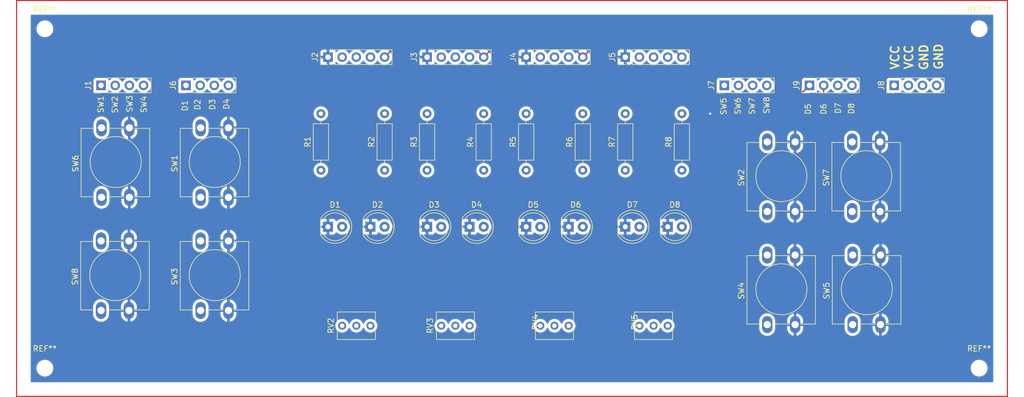
<source format=kicad_pcb>
(kicad_pcb (version 20221018) (generator pcbnew)
  (layers (0 "F.Cu" signal) (31 "B.Cu" signal) (34 "B.Paste" user) (35 "F.Paste" user) (36 "B.SilkS" user "B.Silkscreen") (37 "F.SilkS" user "F.Silkscreen") (38 "B.Mask" user) (39 "F.Mask" user) (44 "Edge.Cuts" user))
  (net 0 "")
  (net 2 "Net-(D1-A)")
  (net 4 "Net-(D8-A)")
  (net 6 "Net-(D7-A)")
  (net 8 "Net-(D6-A)")
  (net 10 "Net-(D5-A)")
  (net 12 "Net-(D4-A)")
  (net 14 "Net-(D3-A)")
  (net 16 "Net-(D2-A)")
  (net 17 "Net-(J4-Pin_2)")
  (net 18 "Net-(J4-Pin_3)")
  (net 19 "Net-(J4-Pin_4)")
  (net 20 "Net-(J3-Pin_2)")
  (net 21 "Net-(J3-Pin_3)")
  (net 22 "Net-(J3-Pin_4)")
  (net 23 "Net-(J2-Pin_2)")
  (net 24 "Net-(J2-Pin_3)")
  (net 25 "Net-(J2-Pin_4)")
  (net 26 "Net-(J5-Pin_2)")
  (net 27 "Net-(J5-Pin_3)")
  (net 28 "Net-(J5-Pin_4)")
  (net 29 "GNDREF")
  (net 30 "VCC")
  (net 47 "unconnected-(J9-Pin_1-Pad1)")
  (net 48 "unconnected-(J9-Pin_2-Pad2)")
  (footprint "Connector_PinHeader_2.54mm:PinHeader_1x04_P2.54mm_Vertical" (layer "F.Cu") (at 190.5 48.26 90)
    (fp_text reference "J7" (at 0 -2.33 90) (layer "F.SilkS"))
    (fp_text value "Conn_01x04")
    (fp_line (start -1.33 -1.33) (end 0 -1.33) (stroke (width 0.12)) (layer "F.SilkS"))
    (fp_line (start -1.33 0) (end -1.33 -1.33) (stroke (width 0.12)) (layer "F.SilkS"))
    (fp_line (start -1.33 1.27) (end -1.33 8.95) (stroke (width 0.12)) (layer "F.SilkS"))
    (fp_line (start -1.33 1.27) (end 1.33 1.27) (stroke (width 0.12)) (layer "F.SilkS"))
    (fp_line (start -1.33 8.95) (end 1.33 8.95) (stroke (width 0.12)) (layer "F.SilkS"))
    (fp_line (start 1.33 1.27) (end 1.33 8.95) (stroke (width 0.12)) (layer "F.SilkS"))
    (pad "1" thru_hole rect (at 0 0 90) (size 1.7 1.7) (drill 1) (layers "*.Cu" "*.Mask"))
    (pad "2" thru_hole oval (at 0 2.54 90) (size 1.7 1.7) (drill 1) (layers "*.Cu" "*.Mask"))
    (pad "3" thru_hole oval (at 0 5.08 90) (size 1.7 1.7) (drill 1) (layers "*.Cu" "*.Mask"))
    (pad "4" thru_hole oval (at 0 7.62 90) (size 1.7 1.7) (drill 1) (layers "*.Cu" "*.Mask"))
  )
  (footprint "Resistor_THT:R_Axial_DIN0207_L6.3mm_D2.5mm_P10.16mm_Horizontal" (layer "F.Cu") (at 165.1 63.5 90)
    (fp_text reference "R6" (at 5.08 -2.37 90) (layer "F.SilkS"))
    (fp_text value "R_Small_US")
    (fp_line (start 1.04 0) (end 1.81 0) (stroke (width 0.12)) (layer "F.SilkS"))
    (fp_line (start 1.81 -1.37) (end 1.81 1.37) (stroke (width 0.12)) (layer "F.SilkS"))
    (fp_line (start 1.81 1.37) (end 8.35 1.37) (stroke (width 0.12)) (layer "F.SilkS"))
    (fp_line (start 8.35 -1.37) (end 1.81 -1.37) (stroke (width 0.12)) (layer "F.SilkS"))
    (fp_line (start 8.35 1.37) (end 8.35 -1.37) (stroke (width 0.12)) (layer "F.SilkS"))
    (fp_line (start 9.12 0) (end 8.35 0) (stroke (width 0.12)) (layer "F.SilkS"))
    (pad "1" thru_hole circle (at 0 0 90) (size 1.6 1.6) (drill 0.8) (layers "*.Cu" "*.Mask"))
    (pad "2" thru_hole oval (at 10.16 0 90) (size 1.6 1.6) (drill 0.8) (layers "*.Cu" "*.Mask") (net 8 "Net-(D6-A)"))
  )
  (footprint "Connector_PinHeader_2.54mm:PinHeader_1x05_P2.54mm_Vertical" (layer "F.Cu") (at 172.72 43.18 90)
    (fp_text reference "J5" (at 0 -2.33 90) (layer "F.SilkS"))
    (fp_text value "Conn_01x05")
    (fp_line (start -1.33 -1.33) (end 0 -1.33) (stroke (width 0.12)) (layer "F.SilkS"))
    (fp_line (start -1.33 0) (end -1.33 -1.33) (stroke (width 0.12)) (layer "F.SilkS"))
    (fp_line (start -1.33 1.27) (end -1.33 11.49) (stroke (width 0.12)) (layer "F.SilkS"))
    (fp_line (start -1.33 1.27) (end 1.33 1.27) (stroke (width 0.12)) (layer "F.SilkS"))
    (fp_line (start -1.33 11.49) (end 1.33 11.49) (stroke (width 0.12)) (layer "F.SilkS"))
    (fp_line (start 1.33 1.27) (end 1.33 11.49) (stroke (width 0.12)) (layer "F.SilkS"))
    (pad "1" thru_hole rect (at 0 0 90) (size 1.7 1.7) (drill 1) (layers "*.Cu" "*.Mask") (net 29 "GNDREF"))
    (pad "2" thru_hole oval (at 0 2.54 90) (size 1.7 1.7) (drill 1) (layers "*.Cu" "*.Mask") (net 26 "Net-(J5-Pin_2)"))
    (pad "3" thru_hole oval (at 0 5.08 90) (size 1.7 1.7) (drill 1) (layers "*.Cu" "*.Mask") (net 27 "Net-(J5-Pin_3)"))
    (pad "4" thru_hole oval (at 0 7.62 90) (size 1.7 1.7) (drill 1) (layers "*.Cu" "*.Mask") (net 28 "Net-(J5-Pin_4)"))
    (pad "5" thru_hole oval (at 0 10.16 90) (size 1.7 1.7) (drill 1) (layers "*.Cu" "*.Mask") (net 30 "VCC"))
  )
  (footprint "LED_THT:LED_D5.0mm" (layer "F.Cu") (at 162.56 73.66)
    (fp_text reference "D6" (at 1.27 -3.96) (layer "F.SilkS"))
    (fp_text value "LED_Small_Filled")
    (fp_line (start -1.29 -1.545) (end -1.29 1.545) (stroke (width 0.12)) (layer "F.SilkS"))
    (fp_arc (start -1.29 -1.54483) (mid 2.072002 -2.880433) (end 4.26 0.000462) (stroke (width 0.12)) (layer "F.SilkS"))
    (fp_arc (start 4.26 -0.000462) (mid 2.072002 2.880433) (end -1.29 1.54483) (stroke (width 0.12)) (layer "F.SilkS"))
    (fp_circle (center 1.27 0) (end 3.77 0) (stroke (width 0.12)) (fill none) (layer "F.SilkS"))
    (pad "1" thru_hole rect (at 0 0) (size 1.8 1.8) (drill 0.9) (layers "*.Cu" "*.Mask") (net 29 "GNDREF"))
    (pad "2" thru_hole circle (at 2.54 0) (size 1.8 1.8) (drill 0.9) (layers "*.Cu" "*.Mask") (net 8 "Net-(D6-A)"))
  )
  (footprint "Connector_PinHeader_2.54mm:PinHeader_1x04_P2.54mm_Vertical" (layer "F.Cu") (at 205.78 48.26 90)
    (fp_text reference "J9" (at 0 -2.33 90) (layer "F.SilkS"))
    (fp_text value "Conn_01x04")
    (fp_line (start -1.33 -1.33) (end 0 -1.33) (stroke (width 0.12)) (layer "F.SilkS"))
    (fp_line (start -1.33 0) (end -1.33 -1.33) (stroke (width 0.12)) (layer "F.SilkS"))
    (fp_line (start -1.33 1.27) (end -1.33 8.95) (stroke (width 0.12)) (layer "F.SilkS"))
    (fp_line (start -1.33 1.27) (end 1.33 1.27) (stroke (width 0.12)) (layer "F.SilkS"))
    (fp_line (start -1.33 8.95) (end 1.33 8.95) (stroke (width 0.12)) (layer "F.SilkS"))
    (fp_line (start 1.33 1.27) (end 1.33 8.95) (stroke (width 0.12)) (layer "F.SilkS"))
    (pad "1" thru_hole rect (at 0 0 90) (size 1.7 1.7) (drill 1) (layers "*.Cu" "*.Mask") (net 47 "unconnected-(J9-Pin_1-Pad1)"))
    (pad "2" thru_hole oval (at 0 2.54 90) (size 1.7 1.7) (drill 1) (layers "*.Cu" "*.Mask") (net 48 "unconnected-(J9-Pin_2-Pad2)"))
    (pad "3" thru_hole oval (at 0 5.08 90) (size 1.7 1.7) (drill 1) (layers "*.Cu" "*.Mask"))
    (pad "4" thru_hole oval (at 0 7.62 90) (size 1.7 1.7) (drill 1) (layers "*.Cu" "*.Mask"))
  )
  (footprint "Button_Switch_THT:SW_PUSH-12mm" (layer "F.Cu") (at 96.52 68.38 90)
    (fp_text reference "SW1" (at 6.08 -4.66 90) (layer "F.SilkS"))
    (fp_text value "SW_Push")
    (fp_line (start 0.1 -3.65) (end 12.4 -3.65) (stroke (width 0.12)) (layer "F.SilkS"))
    (fp_line (start 0.1 -0.93) (end 0.1 -3.65) (stroke (width 0.12)) (layer "F.SilkS"))
    (fp_line (start 0.1 4.07) (end 0.1 0.93) (stroke (width 0.12)) (layer "F.SilkS"))
    (fp_line (start 0.1 8.65) (end 0.1 5.93) (stroke (width 0.12)) (layer "F.SilkS"))
    (fp_line (start 12.4 -3.65) (end 12.4 -0.93) (stroke (width 0.12)) (layer "F.SilkS"))
    (fp_line (start 12.4 0.93) (end 12.4 4.07) (stroke (width 0.12)) (layer "F.SilkS"))
    (fp_line (start 12.4 5.93) (end 12.4 8.65) (stroke (width 0.12)) (layer "F.SilkS"))
    (fp_line (start 12.4 8.65) (end 0.1 8.65) (stroke (width 0.12)) (layer "F.SilkS"))
    (fp_circle (center 6.35 2.54) (end 10.16 5.08) (stroke (width 0.12)) (fill none) (layer "F.SilkS"))
    (pad "1" thru_hole oval (at 0 0 90) (size 3.048 1.85) (drill 1.3) (layers "*.Cu" "*.Mask"))
    (pad "1" thru_hole oval (at 12.5 0 90) (size 3.048 1.85) (drill 1.3) (layers "*.Cu" "*.Mask"))
    (pad "2" thru_hole oval (at 0 5 90) (size 3.048 1.85) (drill 1.3) (layers "*.Cu" "*.Mask") (net 29 "GNDREF"))
    (pad "2" thru_hole oval (at 12.5 5 90) (size 3.048 1.85) (drill 1.3) (layers "*.Cu" "*.Mask") (net 29 "GNDREF"))
  )
  (footprint "Button_Switch_THT:SW_PUSH-12mm" (layer "F.Cu") (at 213.52 91.24 90)
    (fp_text reference "SW5" (at 6.08 -4.66 90) (layer "F.SilkS"))
    (fp_text value "SW_Push")
    (fp_line (start 0.1 -3.65) (end 12.4 -3.65) (stroke (width 0.12)) (layer "F.SilkS"))
    (fp_line (start 0.1 -0.93) (end 0.1 -3.65) (stroke (width 0.12)) (layer "F.SilkS"))
    (fp_line (start 0.1 4.07) (end 0.1 0.93) (stroke (width 0.12)) (layer "F.SilkS"))
    (fp_line (start 0.1 8.65) (end 0.1 5.93) (stroke (width 0.12)) (layer "F.SilkS"))
    (fp_line (start 12.4 -3.65) (end 12.4 -0.93) (stroke (width 0.12)) (layer "F.SilkS"))
    (fp_line (start 12.4 0.93) (end 12.4 4.07) (stroke (width 0.12)) (layer "F.SilkS"))
    (fp_line (start 12.4 5.93) (end 12.4 8.65) (stroke (width 0.12)) (layer "F.SilkS"))
    (fp_line (start 12.4 8.65) (end 0.1 8.65) (stroke (width 0.12)) (layer "F.SilkS"))
    (fp_circle (center 6.35 2.54) (end 10.16 5.08) (stroke (width 0.12)) (fill none) (layer "F.SilkS"))
    (pad "1" thru_hole oval (at 0 0 90) (size 3.048 1.85) (drill 1.3) (layers "*.Cu" "*.Mask"))
    (pad "1" thru_hole oval (at 12.5 0 90) (size 3.048 1.85) (drill 1.3) (layers "*.Cu" "*.Mask"))
    (pad "2" thru_hole oval (at 0 5 90) (size 3.048 1.85) (drill 1.3) (layers "*.Cu" "*.Mask") (net 29 "GNDREF"))
    (pad "2" thru_hole oval (at 12.5 5 90) (size 3.048 1.85) (drill 1.3) (layers "*.Cu" "*.Mask") (net 29 "GNDREF"))
  )
  (footprint "Connector_PinHeader_2.54mm:PinHeader_1x04_P2.54mm_Vertical" (layer "F.Cu") (at 93.9 48.26 90)
    (fp_text reference "J6" (at 0 -2.33 90) (layer "F.SilkS"))
    (fp_text value "Conn_01x04")
    (fp_line (start -1.33 -1.33) (end 0 -1.33) (stroke (width 0.12)) (layer "F.SilkS"))
    (fp_line (start -1.33 0) (end -1.33 -1.33) (stroke (width 0.12)) (layer "F.SilkS"))
    (fp_line (start -1.33 1.27) (end -1.33 8.95) (stroke (width 0.12)) (layer "F.SilkS"))
    (fp_line (start -1.33 1.27) (end 1.33 1.27) (stroke (width 0.12)) (layer "F.SilkS"))
    (fp_line (start -1.33 8.95) (end 1.33 8.95) (stroke (width 0.12)) (layer "F.SilkS"))
    (fp_line (start 1.33 1.27) (end 1.33 8.95) (stroke (width 0.12)) (layer "F.SilkS"))
    (pad "1" thru_hole rect (at 0 0 90) (size 1.7 1.7) (drill 1) (layers "*.Cu" "*.Mask"))
    (pad "2" thru_hole oval (at 0 2.54 90) (size 1.7 1.7) (drill 1) (layers "*.Cu" "*.Mask"))
    (pad "3" thru_hole oval (at 0 5.08 90) (size 1.7 1.7) (drill 1) (layers "*.Cu" "*.Mask"))
    (pad "4" thru_hole oval (at 0 7.62 90) (size 1.7 1.7) (drill 1) (layers "*.Cu" "*.Mask"))
  )
  (footprint "MountingHole:MountingHole_2.5mm" (layer "F.Cu") (at 68.58 38.1)
    (fp_text reference "REF**" (at 0 -3.5) (layer "F.SilkS"))
    (fp_text value "MountingHole_2.5mm")
    (pad "" np_thru_hole circle (at 0 0) (size 2.5 2.5) (drill 2.5) (layers "*.Cu" "*.Mask"))
  )
  (footprint "LED_THT:LED_D5.0mm" (layer "F.Cu") (at 127 73.66)
    (fp_text reference "D2" (at 1.27 -3.96) (layer "F.SilkS"))
    (fp_text value "LED_Small_Filled")
    (fp_line (start -1.29 -1.545) (end -1.29 1.545) (stroke (width 0.12)) (layer "F.SilkS"))
    (fp_arc (start -1.29 -1.54483) (mid 2.072002 -2.880433) (end 4.26 0.000462) (stroke (width 0.12)) (layer "F.SilkS"))
    (fp_arc (start 4.26 -0.000462) (mid 2.072002 2.880433) (end -1.29 1.54483) (stroke (width 0.12)) (layer "F.SilkS"))
    (fp_circle (center 1.27 0) (end 3.77 0) (stroke (width 0.12)) (fill none) (layer "F.SilkS"))
    (pad "1" thru_hole rect (at 0 0) (size 1.8 1.8) (drill 0.9) (layers "*.Cu" "*.Mask") (net 29 "GNDREF"))
    (pad "2" thru_hole circle (at 2.54 0) (size 1.8 1.8) (drill 0.9) (layers "*.Cu" "*.Mask") (net 16 "Net-(D2-A)"))
  )
  (footprint "Potentiometer_THT:Potentiometer_Vishay_T73XW_Horizontal" (layer "F.Cu") (at 121.92 91.44 90)
    (fp_text reference "RV2" (at 0 -2.01 90) (layer "F.SilkS"))
    (fp_text value "R_Potentiometer_US")
    (fp_line (start -2.47 -0.88) (end -2.47 5.96) (stroke (width 0.12)) (layer "F.SilkS"))
    (fp_line (start -2.47 -0.88) (end -0.65 -0.88) (stroke (width 0.12)) (layer "F.SilkS"))
    (fp_line (start -2.47 5.96) (end -0.65 5.96) (stroke (width 0.12)) (layer "F.SilkS"))
    (fp_line (start 0.65 -0.88) (end 2.47 -0.88) (stroke (width 0.12)) (layer "F.SilkS"))
    (fp_line (start 0.65 5.96) (end 2.47 5.96) (stroke (width 0.12)) (layer "F.SilkS"))
    (fp_line (start 2.47 -0.88) (end 2.47 5.96) (stroke (width 0.12)) (layer "F.SilkS"))
    (pad "1" thru_hole circle (at 0 0 90) (size 1.44 1.44) (drill 0.8) (layers "*.Cu" "*.Mask") (net 23 "Net-(J2-Pin_2)"))
    (pad "2" thru_hole circle (at 0 2.54 90) (size 1.44 1.44) (drill 0.8) (layers "*.Cu" "*.Mask") (net 24 "Net-(J2-Pin_3)"))
    (pad "3" thru_hole circle (at 0 5.08 90) (size 1.44 1.44) (drill 0.8) (layers "*.Cu" "*.Mask") (net 25 "Net-(J2-Pin_4)"))
  )
  (footprint "Connector_PinHeader_2.54mm:PinHeader_1x04_P2.54mm_Vertical" (layer "F.Cu") (at 78.66 48.26 90)
    (fp_text reference "J1" (at 0 -2.33 90) (layer "F.SilkS"))
    (fp_text value "Conn_01x04")
    (fp_line (start -1.33 -1.33) (end 0 -1.33) (stroke (width 0.12)) (layer "F.SilkS"))
    (fp_line (start -1.33 0) (end -1.33 -1.33) (stroke (width 0.12)) (layer "F.SilkS"))
    (fp_line (start -1.33 1.27) (end -1.33 8.95) (stroke (width 0.12)) (layer "F.SilkS"))
    (fp_line (start -1.33 1.27) (end 1.33 1.27) (stroke (width 0.12)) (layer "F.SilkS"))
    (fp_line (start -1.33 8.95) (end 1.33 8.95) (stroke (width 0.12)) (layer "F.SilkS"))
    (fp_line (start 1.33 1.27) (end 1.33 8.95) (stroke (width 0.12)) (layer "F.SilkS"))
    (pad "1" thru_hole rect (at 0 0 90) (size 1.7 1.7) (drill 1) (layers "*.Cu" "*.Mask"))
    (pad "2" thru_hole oval (at 0 2.54 90) (size 1.7 1.7) (drill 1) (layers "*.Cu" "*.Mask"))
    (pad "3" thru_hole oval (at 0 5.08 90) (size 1.7 1.7) (drill 1) (layers "*.Cu" "*.Mask"))
    (pad "4" thru_hole oval (at 0 7.62 90) (size 1.7 1.7) (drill 1) (layers "*.Cu" "*.Mask"))
  )
  (footprint "Connector_PinHeader_2.54mm:PinHeader_1x04_P2.54mm_Vertical" (layer "F.Cu") (at 220.98 48.26 90)
    (fp_text reference "J8" (at 0 -2.33 90) (layer "F.SilkS"))
    (fp_text value "Conn_01x04")
    (fp_line (start -1.33 -1.33) (end 0 -1.33) (stroke (width 0.12)) (layer "F.SilkS"))
    (fp_line (start -1.33 0) (end -1.33 -1.33) (stroke (width 0.12)) (layer "F.SilkS"))
    (fp_line (start -1.33 1.27) (end -1.33 8.95) (stroke (width 0.12)) (layer "F.SilkS"))
    (fp_line (start -1.33 1.27) (end 1.33 1.27) (stroke (width 0.12)) (layer "F.SilkS"))
    (fp_line (start -1.33 8.95) (end 1.33 8.95) (stroke (width 0.12)) (layer "F.SilkS"))
    (fp_line (start 1.33 1.27) (end 1.33 8.95) (stroke (width 0.12)) (layer "F.SilkS"))
    (pad "1" thru_hole rect (at 0 0 90) (size 1.7 1.7) (drill 1) (layers "*.Cu" "*.Mask"))
    (pad "2" thru_hole oval (at 0 2.54 90) (size 1.7 1.7) (drill 1) (layers "*.Cu" "*.Mask"))
    (pad "3" thru_hole oval (at 0 5.08 90) (size 1.7 1.7) (drill 1) (layers "*.Cu" "*.Mask"))
    (pad "4" thru_hole oval (at 0 7.62 90) (size 1.7 1.7) (drill 1) (layers "*.Cu" "*.Mask"))
  )
  (footprint "Resistor_THT:R_Axial_DIN0207_L6.3mm_D2.5mm_P10.16mm_Horizontal" (layer "F.Cu") (at 172.72 63.5 90)
    (fp_text reference "R7" (at 5.08 -2.37 90) (layer "F.SilkS"))
    (fp_text value "R_Small_US")
    (fp_line (start 1.04 0) (end 1.81 0) (stroke (width 0.12)) (layer "F.SilkS"))
    (fp_line (start 1.81 -1.37) (end 1.81 1.37) (stroke (width 0.12)) (layer "F.SilkS"))
    (fp_line (start 1.81 1.37) (end 8.35 1.37) (stroke (width 0.12)) (layer "F.SilkS"))
    (fp_line (start 8.35 -1.37) (end 1.81 -1.37) (stroke (width 0.12)) (layer "F.SilkS"))
    (fp_line (start 8.35 1.37) (end 8.35 -1.37) (stroke (width 0.12)) (layer "F.SilkS"))
    (fp_line (start 9.12 0) (end 8.35 0) (stroke (width 0.12)) (layer "F.SilkS"))
    (pad "1" thru_hole circle (at 0 0 90) (size 1.6 1.6) (drill 0.8) (layers "*.Cu" "*.Mask"))
    (pad "2" thru_hole oval (at 10.16 0 90) (size 1.6 1.6) (drill 0.8) (layers "*.Cu" "*.Mask") (net 6 "Net-(D7-A)"))
  )
  (footprint "Resistor_THT:R_Axial_DIN0207_L6.3mm_D2.5mm_P10.16mm_Horizontal" (layer "F.Cu") (at 129.54 63.5 90)
    (fp_text reference "R2" (at 5.08 -2.37 90) (layer "F.SilkS"))
    (fp_text value "R_Small_US")
    (fp_line (start 1.04 0) (end 1.81 0) (stroke (width 0.12)) (layer "F.SilkS"))
    (fp_line (start 1.81 -1.37) (end 1.81 1.37) (stroke (width 0.12)) (layer "F.SilkS"))
    (fp_line (start 1.81 1.37) (end 8.35 1.37) (stroke (width 0.12)) (layer "F.SilkS"))
    (fp_line (start 8.35 -1.37) (end 1.81 -1.37) (stroke (width 0.12)) (layer "F.SilkS"))
    (fp_line (start 8.35 1.37) (end 8.35 -1.37) (stroke (width 0.12)) (layer "F.SilkS"))
    (fp_line (start 9.12 0) (end 8.35 0) (stroke (width 0.12)) (layer "F.SilkS"))
    (pad "1" thru_hole circle (at 0 0 90) (size 1.6 1.6) (drill 0.8) (layers "*.Cu" "*.Mask"))
    (pad "2" thru_hole oval (at 10.16 0 90) (size 1.6 1.6) (drill 0.8) (layers "*.Cu" "*.Mask") (net 2 "Net-(D1-A)"))
  )
  (footprint "Button_Switch_THT:SW_PUSH-12mm" (layer "F.Cu") (at 96.52 88.7 90)
    (fp_text reference "SW3" (at 6.08 -4.66 90) (layer "F.SilkS"))
    (fp_text value "SW_Push")
    (fp_line (start 0.1 -3.65) (end 12.4 -3.65) (stroke (width 0.12)) (layer "F.SilkS"))
    (fp_line (start 0.1 -0.93) (end 0.1 -3.65) (stroke (width 0.12)) (layer "F.SilkS"))
    (fp_line (start 0.1 4.07) (end 0.1 0.93) (stroke (width 0.12)) (layer "F.SilkS"))
    (fp_line (start 0.1 8.65) (end 0.1 5.93) (stroke (width 0.12)) (layer "F.SilkS"))
    (fp_line (start 12.4 -3.65) (end 12.4 -0.93) (stroke (width 0.12)) (layer "F.SilkS"))
    (fp_line (start 12.4 0.93) (end 12.4 4.07) (stroke (width 0.12)) (layer "F.SilkS"))
    (fp_line (start 12.4 5.93) (end 12.4 8.65) (stroke (width 0.12)) (layer "F.SilkS"))
    (fp_line (start 12.4 8.65) (end 0.1 8.65) (stroke (width 0.12)) (layer "F.SilkS"))
    (fp_circle (center 6.35 2.54) (end 10.16 5.08) (stroke (width 0.12)) (fill none) (layer "F.SilkS"))
    (pad "1" thru_hole oval (at 0 0 90) (size 3.048 1.85) (drill 1.3) (layers "*.Cu" "*.Mask"))
    (pad "1" thru_hole oval (at 12.5 0 90) (size 3.048 1.85) (drill 1.3) (layers "*.Cu" "*.Mask"))
    (pad "2" thru_hole oval (at 0 5 90) (size 3.048 1.85) (drill 1.3) (layers "*.Cu" "*.Mask") (net 29 "GNDREF"))
    (pad "2" thru_hole oval (at 12.5 5 90) (size 3.048 1.85) (drill 1.3) (layers "*.Cu" "*.Mask") (net 29 "GNDREF"))
  )
  (footprint "LED_THT:LED_D5.0mm" (layer "F.Cu") (at 154.94 73.66)
    (fp_text reference "D5" (at 1.27 -3.96) (layer "F.SilkS"))
    (fp_text value "LED_Small_Filled")
    (fp_line (start -1.29 -1.545) (end -1.29 1.545) (stroke (width 0.12)) (layer "F.SilkS"))
    (fp_arc (start -1.29 -1.54483) (mid 2.072002 -2.880433) (end 4.26 0.000462) (stroke (width 0.12)) (layer "F.SilkS"))
    (fp_arc (start 4.26 -0.000462) (mid 2.072002 2.880433) (end -1.29 1.54483) (stroke (width 0.12)) (layer "F.SilkS"))
    (fp_circle (center 1.27 0) (end 3.77 0) (stroke (width 0.12)) (fill none) (layer "F.SilkS"))
    (pad "1" thru_hole rect (at 0 0) (size 1.8 1.8) (drill 0.9) (layers "*.Cu" "*.Mask") (net 29 "GNDREF"))
    (pad "2" thru_hole circle (at 2.54 0) (size 1.8 1.8) (drill 0.9) (layers "*.Cu" "*.Mask") (net 10 "Net-(D5-A)"))
  )
  (footprint "Button_Switch_THT:SW_PUSH-12mm" (layer "F.Cu") (at 78.66 88.7 90)
    (fp_text reference "SW8" (at 6.08 -4.66 90) (layer "F.SilkS"))
    (fp_text value "SW_Push")
    (fp_line (start 0.1 -3.65) (end 12.4 -3.65) (stroke (width 0.12)) (layer "F.SilkS"))
    (fp_line (start 0.1 -0.93) (end 0.1 -3.65) (stroke (width 0.12)) (layer "F.SilkS"))
    (fp_line (start 0.1 4.07) (end 0.1 0.93) (stroke (width 0.12)) (layer "F.SilkS"))
    (fp_line (start 0.1 8.65) (end 0.1 5.93) (stroke (width 0.12)) (layer "F.SilkS"))
    (fp_line (start 12.4 -3.65) (end 12.4 -0.93) (stroke (width 0.12)) (layer "F.SilkS"))
    (fp_line (start 12.4 0.93) (end 12.4 4.07) (stroke (width 0.12)) (layer "F.SilkS"))
    (fp_line (start 12.4 5.93) (end 12.4 8.65) (stroke (width 0.12)) (layer "F.SilkS"))
    (fp_line (start 12.4 8.65) (end 0.1 8.65) (stroke (width 0.12)) (layer "F.SilkS"))
    (fp_circle (center 6.35 2.54) (end 10.16 5.08) (stroke (width 0.12)) (fill none) (layer "F.SilkS"))
    (pad "1" thru_hole oval (at 0 0 90) (size 3.048 1.85) (drill 1.3) (layers "*.Cu" "*.Mask"))
    (pad "1" thru_hole oval (at 12.5 0 90) (size 3.048 1.85) (drill 1.3) (layers "*.Cu" "*.Mask"))
    (pad "2" thru_hole oval (at 0 5 90) (size 3.048 1.85) (drill 1.3) (layers "*.Cu" "*.Mask") (net 29 "GNDREF"))
    (pad "2" thru_hole oval (at 12.5 5 90) (size 3.048 1.85) (drill 1.3) (layers "*.Cu" "*.Mask") (net 29 "GNDREF"))
  )
  (footprint "Resistor_THT:R_Axial_DIN0207_L6.3mm_D2.5mm_P10.16mm_Horizontal" (layer "F.Cu") (at 182.88 63.5 90)
    (fp_text reference "R8" (at 5.08 -2.37 90) (layer "F.SilkS"))
    (fp_text value "R_Small_US")
    (fp_line (start 1.04 0) (end 1.81 0) (stroke (width 0.12)) (layer "F.SilkS"))
    (fp_line (start 1.81 -1.37) (end 1.81 1.37) (stroke (width 0.12)) (layer "F.SilkS"))
    (fp_line (start 1.81 1.37) (end 8.35 1.37) (stroke (width 0.12)) (layer "F.SilkS"))
    (fp_line (start 8.35 -1.37) (end 1.81 -1.37) (stroke (width 0.12)) (layer "F.SilkS"))
    (fp_line (start 8.35 1.37) (end 8.35 -1.37) (stroke (width 0.12)) (layer "F.SilkS"))
    (fp_line (start 9.12 0) (end 8.35 0) (stroke (width 0.12)) (layer "F.SilkS"))
    (pad "1" thru_hole circle (at 0 0 90) (size 1.6 1.6) (drill 0.8) (layers "*.Cu" "*.Mask"))
    (pad "2" thru_hole oval (at 10.16 0 90) (size 1.6 1.6) (drill 0.8) (layers "*.Cu" "*.Mask") (net 4 "Net-(D8-A)"))
  )
  (footprint "Button_Switch_THT:SW_PUSH-12mm" (layer "F.Cu") (at 198.2 70.92 90)
    (fp_text reference "SW2" (at 6.08 -4.66 90) (layer "F.SilkS"))
    (fp_text value "SW_Push")
    (fp_line (start 0.1 -3.65) (end 12.4 -3.65) (stroke (width 0.12)) (layer "F.SilkS"))
    (fp_line (start 0.1 -0.93) (end 0.1 -3.65) (stroke (width 0.12)) (layer "F.SilkS"))
    (fp_line (start 0.1 4.07) (end 0.1 0.93) (stroke (width 0.12)) (layer "F.SilkS"))
    (fp_line (start 0.1 8.65) (end 0.1 5.93) (stroke (width 0.12)) (layer "F.SilkS"))
    (fp_line (start 12.4 -3.65) (end 12.4 -0.93) (stroke (width 0.12)) (layer "F.SilkS"))
    (fp_line (start 12.4 0.93) (end 12.4 4.07) (stroke (width 0.12)) (layer "F.SilkS"))
    (fp_line (start 12.4 5.93) (end 12.4 8.65) (stroke (width 0.12)) (layer "F.SilkS"))
    (fp_line (start 12.4 8.65) (end 0.1 8.65) (stroke (width 0.12)) (layer "F.SilkS"))
    (fp_circle (center 6.35 2.54) (end 10.16 5.08) (stroke (width 0.12)) (fill none) (layer "F.SilkS"))
    (pad "1" thru_hole oval (at 0 0 90) (size 3.048 1.85) (drill 1.3) (layers "*.Cu" "*.Mask"))
    (pad "1" thru_hole oval (at 12.5 0 90) (size 3.048 1.85) (drill 1.3) (layers "*.Cu" "*.Mask"))
    (pad "2" thru_hole oval (at 0 5 90) (size 3.048 1.85) (drill 1.3) (layers "*.Cu" "*.Mask") (net 29 "GNDREF"))
    (pad "2" thru_hole oval (at 12.5 5 90) (size 3.048 1.85) (drill 1.3) (layers "*.Cu" "*.Mask") (net 29 "GNDREF"))
  )
  (footprint "MountingHole:MountingHole_2.5mm" (layer "F.Cu") (at 236.22 38.1)
    (fp_text reference "REF**" (at 0 -3.5) (layer "F.SilkS"))
    (fp_text value "MountingHole_2.5mm")
    (pad "" np_thru_hole circle (at 0 0) (size 2.5 2.5) (drill 2.5) (layers "F&B.Cu" "*.Mask"))
  )
  (footprint "Potentiometer_THT:Potentiometer_Vishay_T73XW_Horizontal" (layer "F.Cu") (at 157.48 91.44 90)
    (fp_text reference "RV4" (at 0.65 -0.88 90) (layer "F.SilkS"))
    (fp_text value "R_Potentiometer_US")
    (fp_line (start -2.47 -0.88) (end -2.47 5.96) (stroke (width 0.12)) (layer "F.SilkS"))
    (fp_line (start -2.47 -0.88) (end -0.65 -0.88) (stroke (width 0.12)) (layer "F.SilkS"))
    (fp_line (start -2.47 5.96) (end -0.65 5.96) (stroke (width 0.12)) (layer "F.SilkS"))
    (fp_line (start 0.65 -0.88) (end 2.47 -0.88) (stroke (width 0.12)) (layer "F.SilkS"))
    (fp_line (start 0.65 5.96) (end 2.47 5.96) (stroke (width 0.12)) (layer "F.SilkS"))
    (fp_line (start 2.47 -0.88) (end 2.47 5.96) (stroke (width 0.12)) (layer "F.SilkS"))
    (pad "1" thru_hole circle (at 0 0 90) (size 1.44 1.44) (drill 0.8) (layers "*.Cu" "*.Mask") (net 17 "Net-(J4-Pin_2)"))
    (pad "2" thru_hole circle (at 0 2.54 90) (size 1.44 1.44) (drill 0.8) (layers "*.Cu" "*.Mask") (net 18 "Net-(J4-Pin_3)"))
    (pad "3" thru_hole circle (at 0 5.08 90) (size 1.44 1.44) (drill 0.8) (layers "*.Cu" "*.Mask") (net 19 "Net-(J4-Pin_4)"))
  )
  (footprint "Resistor_THT:R_Axial_DIN0207_L6.3mm_D2.5mm_P10.16mm_Horizontal" (layer "F.Cu") (at 147.32 63.5 90)
    (fp_text reference "R4" (at 5.08 -2.37 90) (layer "F.SilkS"))
    (fp_text value "R_Small_US")
    (fp_line (start 1.04 0) (end 1.81 0) (stroke (width 0.12)) (layer "F.SilkS"))
    (fp_line (start 1.81 -1.37) (end 1.81 1.37) (stroke (width 0.12)) (layer "F.SilkS"))
    (fp_line (start 1.81 1.37) (end 8.35 1.37) (stroke (width 0.12)) (layer "F.SilkS"))
    (fp_line (start 8.35 -1.37) (end 1.81 -1.37) (stroke (width 0.12)) (layer "F.SilkS"))
    (fp_line (start 8.35 1.37) (end 8.35 -1.37) (stroke (width 0.12)) (layer "F.SilkS"))
    (fp_line (start 9.12 0) (end 8.35 0) (stroke (width 0.12)) (layer "F.SilkS"))
    (pad "1" thru_hole circle (at 0 0 90) (size 1.6 1.6) (drill 0.8) (layers "*.Cu" "*.Mask"))
    (pad "2" thru_hole oval (at 10.16 0 90) (size 1.6 1.6) (drill 0.8) (layers "*.Cu" "*.Mask") (net 12 "Net-(D4-A)"))
  )
  (footprint "LED_THT:LED_D5.0mm" (layer "F.Cu") (at 137.16 73.66)
    (fp_text reference "D3" (at 1.27 -3.96) (layer "F.SilkS"))
    (fp_text value "LED_Small_Filled")
    (fp_line (start -1.29 -1.545) (end -1.29 1.545) (stroke (width 0.12)) (layer "F.SilkS"))
    (fp_arc (start -1.29 -1.54483) (mid 2.072002 -2.880433) (end 4.26 0.000462) (stroke (width 0.12)) (layer "F.SilkS"))
    (fp_arc (start 4.26 -0.000462) (mid 2.072002 2.880433) (end -1.29 1.54483) (stroke (width 0.12)) (layer "F.SilkS"))
    (fp_circle (center 1.27 0) (end 3.77 0) (stroke (width 0.12)) (fill none) (layer "F.SilkS"))
    (pad "1" thru_hole rect (at 0 0) (size 1.8 1.8) (drill 0.9) (layers "*.Cu" "*.Mask") (net 29 "GNDREF"))
    (pad "2" thru_hole circle (at 2.54 0) (size 1.8 1.8) (drill 0.9) (layers "*.Cu" "*.Mask") (net 14 "Net-(D3-A)"))
  )
  (footprint "Resistor_THT:R_Axial_DIN0207_L6.3mm_D2.5mm_P10.16mm_Horizontal" (layer "F.Cu") (at 137.16 63.5 90)
    (fp_text reference "R3" (at 5.08 -2.37 90) (layer "F.SilkS"))
    (fp_text value "R_Small_US")
    (fp_line (start 1.04 0) (end 1.81 0) (stroke (width 0.12)) (layer "F.SilkS"))
    (fp_line (start 1.81 -1.37) (end 1.81 1.37) (stroke (width 0.12)) (layer "F.SilkS"))
    (fp_line (start 1.81 1.37) (end 8.35 1.37) (stroke (width 0.12)) (layer "F.SilkS"))
    (fp_line (start 8.35 -1.37) (end 1.81 -1.37) (stroke (width 0.12)) (layer "F.SilkS"))
    (fp_line (start 8.35 1.37) (end 8.35 -1.37) (stroke (width 0.12)) (layer "F.SilkS"))
    (fp_line (start 9.12 0) (end 8.35 0) (stroke (width 0.12)) (layer "F.SilkS"))
    (pad "1" thru_hole circle (at 0 0 90) (size 1.6 1.6) (drill 0.8) (layers "*.Cu" "*.Mask"))
    (pad "2" thru_hole oval (at 10.16 0 90) (size 1.6 1.6) (drill 0.8) (layers "*.Cu" "*.Mask") (net 14 "Net-(D3-A)"))
  )
  (footprint "Resistor_THT:R_Axial_DIN0207_L6.3mm_D2.5mm_P10.16mm_Horizontal" (layer "F.Cu") (at 118.11 63.5 90)
    (fp_text reference "R1" (at 5.08 -2.37 90) (layer "F.SilkS"))
    (fp_text value "R_Small_US")
    (fp_line (start 1.04 0) (end 1.81 0) (stroke (width 0.12)) (layer "F.SilkS"))
    (fp_line (start 1.81 -1.37) (end 1.81 1.37) (stroke (width 0.12)) (layer "F.SilkS"))
    (fp_line (start 1.81 1.37) (end 8.35 1.37) (stroke (width 0.12)) (layer "F.SilkS"))
    (fp_line (start 8.35 -1.37) (end 1.81 -1.37) (stroke (width 0.12)) (layer "F.SilkS"))
    (fp_line (start 8.35 1.37) (end 8.35 -1.37) (stroke (width 0.12)) (layer "F.SilkS"))
    (fp_line (start 9.12 0) (end 8.35 0) (stroke (width 0.12)) (layer "F.SilkS"))
    (pad "1" thru_hole circle (at 0 0 90) (size 1.6 1.6) (drill 0.8) (layers "*.Cu" "*.Mask"))
    (pad "2" thru_hole oval (at 10.16 0 90) (size 1.6 1.6) (drill 0.8) (layers "*.Cu" "*.Mask") (net 16 "Net-(D2-A)"))
  )
  (footprint "LED_THT:LED_D5.0mm" (layer "F.Cu") (at 172.72 73.66)
    (fp_text reference "D7" (at 1.27 -3.96) (layer "F.SilkS"))
    (fp_text value "LED_Small_Filled")
    (fp_line (start -1.29 -1.545) (end -1.29 1.545) (stroke (width 0.12)) (layer "F.SilkS"))
    (fp_arc (start -1.29 -1.54483) (mid 2.072002 -2.880433) (end 4.26 0.000462) (stroke (width 0.12)) (layer "F.SilkS"))
    (fp_arc (start 4.26 -0.000462) (mid 2.072002 2.880433) (end -1.29 1.54483) (stroke (width 0.12)) (layer "F.SilkS"))
    (fp_circle (center 1.27 0) (end 3.77 0) (stroke (width 0.12)) (fill none) (layer "F.SilkS"))
    (pad "1" thru_hole rect (at 0 0) (size 1.8 1.8) (drill 0.9) (layers "*.Cu" "*.Mask") (net 29 "GNDREF"))
    (pad "2" thru_hole circle (at 2.54 0) (size 1.8 1.8) (drill 0.9) (layers "*.Cu" "*.Mask") (net 6 "Net-(D7-A)"))
  )
  (footprint "MountingHole:MountingHole_2.5mm" (layer "F.Cu") (at 236.22 99.06)
    (fp_text reference "REF**" (at 0 -3.5) (layer "F.SilkS"))
    (fp_text value "MountingHole_2.5mm")
    (pad "" np_thru_hole circle (at 0 0) (size 2.5 2.5) (drill 2.5) (layers "F&B.Cu" "*.Mask"))
  )
  (footprint "LED_THT:LED_D5.0mm" (layer "F.Cu") (at 144.78 73.66)
    (fp_text reference "D4" (at 1.27 -3.96) (layer "F.SilkS"))
    (fp_text value "LED_Small_Filled")
    (fp_line (start -1.29 -1.545) (end -1.29 1.545) (stroke (width 0.12)) (layer "F.SilkS"))
    (fp_arc (start -1.29 -1.54483) (mid 2.072002 -2.880433) (end 4.26 0.000462) (stroke (width 0.12)) (layer "F.SilkS"))
    (fp_arc (start 4.26 -0.000462) (mid 2.072002 2.880433) (end -1.29 1.54483) (stroke (width 0.12)) (layer "F.SilkS"))
    (fp_circle (center 1.27 0) (end 3.77 0) (stroke (width 0.12)) (fill none) (layer "F.SilkS"))
    (pad "1" thru_hole rect (at 0 0) (size 1.8 1.8) (drill 0.9) (layers "*.Cu" "*.Mask") (net 29 "GNDREF"))
    (pad "2" thru_hole circle (at 2.54 0) (size 1.8 1.8) (drill 0.9) (layers "*.Cu" "*.Mask") (net 12 "Net-(D4-A)"))
  )
  (footprint "Resistor_THT:R_Axial_DIN0207_L6.3mm_D2.5mm_P10.16mm_Horizontal" (layer "F.Cu") (at 154.94 63.5 90)
    (fp_text reference "R5" (at 5.08 -2.37 90) (layer "F.SilkS"))
    (fp_text value "R_Small_US")
    (fp_line (start 1.04 0) (end 1.81 0) (stroke (width 0.12)) (layer "F.SilkS"))
    (fp_line (start 1.81 -1.37) (end 1.81 1.37) (stroke (width 0.12)) (layer "F.SilkS"))
    (fp_line (start 1.81 1.37) (end 8.35 1.37) (stroke (width 0.12)) (layer "F.SilkS"))
    (fp_line (start 8.35 -1.37) (end 1.81 -1.37) (stroke (width 0.12)) (layer "F.SilkS"))
    (fp_line (start 8.35 1.37) (end 8.35 -1.37) (stroke (width 0.12)) (layer "F.SilkS"))
    (fp_line (start 9.12 0) (end 8.35 0) (stroke (width 0.12)) (layer "F.SilkS"))
    (pad "1" thru_hole circle (at 0 0 90) (size 1.6 1.6) (drill 0.8) (layers "*.Cu" "*.Mask"))
    (pad "2" thru_hole oval (at 10.16 0 90) (size 1.6 1.6) (drill 0.8) (layers "*.Cu" "*.Mask") (net 10 "Net-(D5-A)"))
  )
  (footprint "Potentiometer_THT:Potentiometer_Vishay_T73XW_Horizontal" (layer "F.Cu") (at 139.7 91.44 90)
    (fp_text reference "RV3" (at 0 -2.01 90) (layer "F.SilkS"))
    (fp_text value "R_Potentiometer_US")
    (fp_line (start -2.47 -0.88) (end -2.47 5.96) (stroke (width 0.12)) (layer "F.SilkS"))
    (fp_line (start -2.47 -0.88) (end -0.65 -0.88) (stroke (width 0.12)) (layer "F.SilkS"))
    (fp_line (start -2.47 5.96) (end -0.65 5.96) (stroke (width 0.12)) (layer "F.SilkS"))
    (fp_line (start 0.65 -0.88) (end 2.47 -0.88) (stroke (width 0.12)) (layer "F.SilkS"))
    (fp_line (start 0.65 5.96) (end 2.47 5.96) (stroke (width 0.12)) (layer "F.SilkS"))
    (fp_line (start 2.47 -0.88) (end 2.47 5.96) (stroke (width 0.12)) (layer "F.SilkS"))
    (pad "1" thru_hole circle (at 0 0 90) (size 1.44 1.44) (drill 0.8) (layers "*.Cu" "*.Mask") (net 20 "Net-(J3-Pin_2)"))
    (pad "2" thru_hole circle (at 0 2.54 90) (size 1.44 1.44) (drill 0.8) (layers "*.Cu" "*.Mask") (net 21 "Net-(J3-Pin_3)"))
    (pad "3" thru_hole circle (at 0 5.08 90) (size 1.44 1.44) (drill 0.8) (layers "*.Cu" "*.Mask") (net 22 "Net-(J3-Pin_4)"))
  )
  (footprint "LED_THT:LED_D5.0mm" (layer "F.Cu") (at 119.38 73.66)
    (fp_text reference "D1" (at 1.27 -3.96) (layer "F.SilkS"))
    (fp_text value "LED_Small_Filled")
    (fp_line (start -1.29 -1.545) (end -1.29 1.545) (stroke (width 0.12)) (layer "F.SilkS"))
    (fp_arc (start -1.29 -1.54483) (mid 2.072002 -2.880433) (end 4.26 0.000462) (stroke (width 0.12)) (layer "F.SilkS"))
    (fp_arc (start 4.26 -0.000462) (mid 2.072002 2.880433) (end -1.29 1.54483) (stroke (width 0.12)) (layer "F.SilkS"))
    (fp_circle (center 1.27 0) (end 3.77 0) (stroke (width 0.12)) (fill none) (layer "F.SilkS"))
    (pad "1" thru_hole rect (at 0 0) (size 1.8 1.8) (drill 0.9) (layers "*.Cu" "*.Mask") (net 29 "GNDREF"))
    (pad "2" thru_hole circle (at 2.54 0) (size 1.8 1.8) (drill 0.9) (layers "*.Cu" "*.Mask") (net 2 "Net-(D1-A)"))
  )
  (footprint "Button_Switch_THT:SW_PUSH-12mm" (layer "F.Cu") (at 198.2 91.24 90)
    (fp_text reference "SW4" (at 6.08 -4.66 90) (layer "F.SilkS"))
    (fp_text value "SW_Push")
    (fp_line (start 0.1 -3.65) (end 12.4 -3.65) (stroke (width 0.12)) (layer "F.SilkS"))
    (fp_line (start 0.1 -0.93) (end 0.1 -3.65) (stroke (width 0.12)) (layer "F.SilkS"))
    (fp_line (start 0.1 4.07) (end 0.1 0.93) (stroke (width 0.12)) (layer "F.SilkS"))
    (fp_line (start 0.1 8.65) (end 0.1 5.93) (stroke (width 0.12)) (layer "F.SilkS"))
    (fp_line (start 12.4 -3.65) (end 12.4 -0.93) (stroke (width 0.12)) (layer "F.SilkS"))
    (fp_line (start 12.4 0.93) (end 12.4 4.07) (stroke (width 0.12)) (layer "F.SilkS"))
    (fp_line (start 12.4 5.93) (end 12.4 8.65) (stroke (width 0.12)) (layer "F.SilkS"))
    (fp_line (start 12.4 8.65) (end 0.1 8.65) (stroke (width 0.12)) (layer "F.SilkS"))
    (fp_circle (center 6.35 2.54) (end 10.16 5.08) (stroke (width 0.12)) (fill none) (layer "F.SilkS"))
    (pad "1" thru_hole oval (at 0 0 90) (size 3.048 1.85) (drill 1.3) (layers "*.Cu" "*.Mask"))
    (pad "1" thru_hole oval (at 12.5 0 90) (size 3.048 1.85) (drill 1.3) (layers "*.Cu" "*.Mask"))
    (pad "2" thru_hole oval (at 0 5 90) (size 3.048 1.85) (drill 1.3) (layers "*.Cu" "*.Mask") (net 29 "GNDREF"))
    (pad "2" thru_hole oval (at 12.5 5 90) (size 3.048 1.85) (drill 1.3) (layers "*.Cu" "*.Mask") (net 29 "GNDREF"))
  )
  (footprint "Connector_PinHeader_2.54mm:PinHeader_1x05_P2.54mm_Vertical" (layer "F.Cu") (at 119.38 43.18 90)
    (fp_text reference "J2" (at 0 -2.33 90) (layer "F.SilkS"))
    (fp_text value "Conn_01x05")
    (fp_line (start -1.33 -1.33) (end 0 -1.33) (stroke (width 0.12)) (layer "F.SilkS"))
    (fp_line (start -1.33 0) (end -1.33 -1.33) (stroke (width 0.12)) (layer "F.SilkS"))
    (fp_line (start -1.33 1.27) (end -1.33 11.49) (stroke (width 0.12)) (layer "F.SilkS"))
    (fp_line (start -1.33 1.27) (end 1.33 1.27) (stroke (width 0.12)) (layer "F.SilkS"))
    (fp_line (start -1.33 11.49) (end 1.33 11.49) (stroke (width 0.12)) (layer "F.SilkS"))
    (fp_line (start 1.33 1.27) (end 1.33 11.49) (stroke (width 0.12)) (layer "F.SilkS"))
    (pad "1" thru_hole rect (at 0 0 90) (size 1.7 1.7) (drill 1) (layers "*.Cu" "*.Mask") (net 29 "GNDREF"))
    (pad "2" thru_hole oval (at 0 2.54 90) (size 1.7 1.7) (drill 1) (layers "*.Cu" "*.Mask") (net 23 "Net-(J2-Pin_2)"))
    (pad "3" thru_hole oval (at 0 5.08 90) (size 1.7 1.7) (drill 1) (layers "*.Cu" "*.Mask") (net 24 "Net-(J2-Pin_3)"))
    (pad "4" thru_hole oval (at 0 7.62 90) (size 1.7 1.7) (drill 1) (layers "*.Cu" "*.Mask") (net 25 "Net-(J2-Pin_4)"))
    (pad "5" thru_hole oval (at 0 10.16 90) (size 1.7 1.7) (drill 1) (layers "*.Cu" "*.Mask") (net 30 "VCC"))
  )
  (footprint "Button_Switch_THT:SW_PUSH-12mm" (layer "F.Cu") (at 213.44 70.92 90)
    (fp_text reference "SW7" (at 6.08 -4.66 90) (layer "F.SilkS"))
    (fp_text value "SW_Push")
    (fp_line (start 0.1 -3.65) (end 12.4 -3.65) (stroke (width 0.12)) (layer "F.SilkS"))
    (fp_line (start 0.1 -0.93) (end 0.1 -3.65) (stroke (width 0.12)) (layer "F.SilkS"))
    (fp_line (start 0.1 4.07) (end 0.1 0.93) (stroke (width 0.12)) (layer "F.SilkS"))
    (fp_line (start 0.1 8.65) (end 0.1 5.93) (stroke (width 0.12)) (layer "F.SilkS"))
    (fp_line (start 12.4 -3.65) (end 12.4 -0.93) (stroke (width 0.12)) (layer "F.SilkS"))
    (fp_line (start 12.4 0.93) (end 12.4 4.07) (stroke (width 0.12)) (layer "F.SilkS"))
    (fp_line (start 12.4 5.93) (end 12.4 8.65) (stroke (width 0.12)) (layer "F.SilkS"))
    (fp_line (start 12.4 8.65) (end 0.1 8.65) (stroke (width 0.12)) (layer "F.SilkS"))
    (fp_circle (center 6.35 2.54) (end 10.16 5.08) (stroke (width 0.12)) (fill none) (layer "F.SilkS"))
    (pad "1" thru_hole oval (at 0 0 90) (size 3.048 1.85) (drill 1.3) (layers "*.Cu" "*.Mask"))
    (pad "1" thru_hole oval (at 12.5 0 90) (size 3.048 1.85) (drill 1.3) (layers "*.Cu" "*.Mask"))
    (pad "2" thru_hole oval (at 0 5 90) (size 3.048 1.85) (drill 1.3) (layers "*.Cu" "*.Mask") (net 29 "GNDREF"))
    (pad "2" thru_hole oval (at 12.5 5 90) (size 3.048 1.85) (drill 1.3) (layers "*.Cu" "*.Mask") (net 29 "GNDREF"))
  )
  (footprint "Connector_PinHeader_2.54mm:PinHeader_1x05_P2.54mm_Vertical" (layer "F.Cu") (at 137.16 43.18 90)
    (fp_text reference "J3" (at 0 -2.33 90) (layer "F.SilkS"))
    (fp_text value "Conn_01x05")
    (fp_line (start -1.33 -1.33) (end 0 -1.33) (stroke (width 0.12)) (layer "F.SilkS"))
    (fp_line (start -1.33 0) (end -1.33 -1.33) (stroke (width 0.12)) (layer "F.SilkS"))
    (fp_line (start -1.33 1.27) (end -1.33 11.49) (stroke (width 0.12)) (layer "F.SilkS"))
    (fp_line (start -1.33 1.27) (end 1.33 1.27) (stroke (width 0.12)) (layer "F.SilkS"))
    (fp_line (start -1.33 11.49) (end 1.33 11.49) (stroke (width 0.12)) (layer "F.SilkS"))
    (fp_line (start 1.33 1.27) (end 1.33 11.49) (stroke (width 0.12)) (layer "F.SilkS"))
    (pad "1" thru_hole rect (at 0 0 90) (size 1.7 1.7) (drill 1) (layers "*.Cu" "*.Mask") (net 29 "GNDREF"))
    (pad "2" thru_hole oval (at 0 2.54 90) (size 1.7 1.7) (drill 1) (layers "*.Cu" "*.Mask") (net 20 "Net-(J3-Pin_2)"))
    (pad "3" thru_hole oval (at 0 5.08 90) (size 1.7 1.7) (drill 1) (layers "*.Cu" "*.Mask") (net 21 "Net-(J3-Pin_3)"))
    (pad "4" thru_hole oval (at 0 7.62 90) (size 1.7 1.7) (drill 1) (layers "*.Cu" "*.Mask") (net 22 "Net-(J3-Pin_4)"))
    (pad "5" thru_hole oval (at 0 10.16 90) (size 1.7 1.7) (drill 1) (layers "*.Cu" "*.Mask") (net 30 "VCC"))
  )
  (footprint "Potentiometer_THT:Potentiometer_Vishay_T73XW_Horizontal" (layer "F.Cu") (at 175.26 91.44 90)
    (fp_text reference "RV5" (at 0.65 -0.88 90) (layer "F.SilkS"))
    (fp_text value "R_Potentiometer_US")
    (fp_line (start -2.47 -0.88) (end -2.47 5.96) (stroke (width 0.12)) (layer "F.SilkS"))
    (fp_line (start -2.47 -0.88) (end -0.65 -0.88) (stroke (width 0.12)) (layer "F.SilkS"))
    (fp_line (start -2.47 5.96) (end -0.65 5.96) (stroke (width 0.12)) (layer "F.SilkS"))
    (fp_line (start 0.65 -0.88) (end 2.47 -0.88) (stroke (width 0.12)) (layer "F.SilkS"))
    (fp_line (start 0.65 5.96) (end 2.47 5.96) (stroke (width 0.12)) (layer "F.SilkS"))
    (fp_line (start 2.47 -0.88) (end 2.47 5.96) (stroke (width 0.12)) (layer "F.SilkS"))
    (pad "1" thru_hole circle (at 0 0 90) (size 1.44 1.44) (drill 0.8) (layers "*.Cu" "*.Mask") (net 26 "Net-(J5-Pin_2)"))
    (pad "2" thru_hole circle (at 0 2.54 90) (size 1.44 1.44) (drill 0.8) (layers "*.Cu" "*.Mask") (net 27 "Net-(J5-Pin_3)"))
    (pad "3" thru_hole circle (at 0 5.08 90) (size 1.44 1.44) (drill 0.8) (layers "*.Cu" "*.Mask") (net 28 "Net-(J5-Pin_4)"))
  )
  (footprint "LED_THT:LED_D5.0mm" (layer "F.Cu") (at 180.34 73.66)
    (fp_text reference "D8" (at 1.27 -3.96) (layer "F.SilkS"))
    (fp_text value "LED_Small_Filled")
    (fp_line (start -1.29 -1.545) (end -1.29 1.545) (stroke (width 0.12)) (layer "F.SilkS"))
    (fp_arc (start -1.29 -1.54483) (mid 2.072002 -2.880433) (end 4.26 0.000462) (stroke (width 0.12)) (layer "F.SilkS"))
    (fp_arc (start 4.26 -0.000462) (mid 2.072002 2.880433) (end -1.29 1.54483) (stroke (width 0.12)) (layer "F.SilkS"))
    (fp_circle (center 1.27 0) (end 3.77 0) (stroke (width 0.12)) (fill none) (layer "F.SilkS"))
    (pad "1" thru_hole rect (at 0 0) (size 1.8 1.8) (drill 0.9) (layers "*.Cu" "*.Mask") (net 29 "GNDREF"))
    (pad "2" thru_hole circle (at 2.54 0) (size 1.8 1.8) (drill 0.9) (layers "*.Cu" "*.Mask") (net 4 "Net-(D8-A)"))
  )
  (footprint "Connector_PinHeader_2.54mm:PinHeader_1x05_P2.54mm_Vertical" (layer "F.Cu") (at 154.94 43.18 90)
    (fp_text reference "J4" (at 0 -2.33 90) (layer "F.SilkS"))
    (fp_text value "Conn_01x05")
    (fp_line (start -1.33 -1.33) (end 0 -1.33) (stroke (width 0.12)) (layer "F.SilkS"))
    (fp_line (start -1.33 0) (end -1.33 -1.33) (stroke (width 0.12)) (layer "F.SilkS"))
    (fp_line (start -1.33 1.27) (end -1.33 11.49) (stroke (width 0.12)) (layer "F.SilkS"))
    (fp_line (start -1.33 1.27) (end 1.33 1.27) (stroke (width 0.12)) (layer "F.SilkS"))
    (fp_line (start -1.33 11.49) (end 1.33 11.49) (stroke (width 0.12)) (layer "F.SilkS"))
    (fp_line (start 1.33 1.27) (end 1.33 11.49) (stroke (width 0.12)) (layer "F.SilkS"))
    (pad "1" thru_hole rect (at 0 0 90) (size 1.7 1.7) (drill 1) (layers "*.Cu" "*.Mask") (net 29 "GNDREF"))
    (pad "2" thru_hole oval (at 0 2.54 90) (size 1.7 1.7) (drill 1) (layers "*.Cu" "*.Mask") (net 17 "Net-(J4-Pin_2)"))
    (pad "3" thru_hole oval (at 0 5.08 90) (size 1.7 1.7) (drill 1) (layers "*.Cu" "*.Mask") (net 18 "Net-(J4-Pin_3)"))
    (pad "4" thru_hole oval (at 0 7.62 90) (size 1.7 1.7) (drill 1) (layers "*.Cu" "*.Mask") (net 19 "Net-(J4-Pin_4)"))
    (pad "5" thru_hole oval (at 0 10.16 90) (size 1.7 1.7) (drill 1) (layers "*.Cu" "*.Mask") (net 30 "VCC"))
  )
  (footprint "Button_Switch_THT:SW_PUSH-12mm" (layer "F.Cu") (at 78.74 68.38 90)
    (fp_text reference "SW6" (at 6.08 -4.66 90) (layer "F.SilkS"))
    (fp_text value "SW_Push")
    (fp_line (start 0.1 -3.65) (end 12.4 -3.65) (stroke (width 0.12)) (layer "F.SilkS"))
    (fp_line (start 0.1 -0.93) (end 0.1 -3.65) (stroke (width 0.12)) (layer "F.SilkS"))
    (fp_line (start 0.1 4.07) (end 0.1 0.93) (stroke (width 0.12)) (layer "F.SilkS"))
    (fp_line (start 0.1 8.65) (end 0.1 5.93) (stroke (width 0.12)) (layer "F.SilkS"))
    (fp_line (start 12.4 -3.65) (end 12.4 -0.93) (stroke (width 0.12)) (layer "F.SilkS"))
    (fp_line (start 12.4 0.93) (end 12.4 4.07) (stroke (width 0.12)) (layer "F.SilkS"))
    (fp_line (start 12.4 5.93) (end 12.4 8.65) (stroke (width 0.12)) (layer "F.SilkS"))
    (fp_line (start 12.4 8.65) (end 0.1 8.65) (stroke (width 0.12)) (layer "F.SilkS"))
    (fp_circle (center 6.35 2.54) (end 10.16 5.08) (stroke (width 0.12)) (fill none) (layer "F.SilkS"))
    (pad "1" thru_hole oval (at 0 0 90) (size 3.048 1.85) (drill 1.3) (layers "*.Cu" "*.Mask"))
    (pad "1" thru_hole oval (at 12.5 0 90) (size 3.048 1.85) (drill 1.3) (layers "*.Cu" "*.Mask"))
    (pad "2" thru_hole oval (at 0 5 90) (size 3.048 1.85) (drill 1.3) (layers "*.Cu" "*.Mask") (net 29 "GNDREF"))
    (pad "2" thru_hole oval (at 12.5 5 90) (size 3.048 1.85) (drill 1.3) (layers "*.Cu" "*.Mask") (net 29 "GNDREF"))
  )
  (footprint "MountingHole:MountingHole_2.5mm" (layer "F.Cu") (at 68.58 99.06)
    (fp_text reference "REF**" (at 0 -3.5) (layer "F.SilkS"))
    (fp_text value "MountingHole_2.5mm")
    (pad "" np_thru_hole circle (at 0 0) (size 2.5 2.5) (drill 2.5) (layers "F&B.Cu" "*.Mask"))
  )
  (gr_line (start 241.3 104.14) (end 63.5 104.14) (stroke (width 0.2)) (layer "F.Cu"))
  (gr_line (start 241.3 33.02) (end 241.3 104.14) (stroke (width 0.2)) (layer "F.Cu"))
  (gr_line (start 63.5 104.14) (end 63.5 33.02) (stroke (width 0.2)) (layer "F.Cu"))
  (gr_line (start 63.5 33.02) (end 241.3 33.02) (stroke (width 0.2)) (layer "F.Cu"))
  (gr_text "D2" (at 96.5708 52.7812 90) (layer "F.SilkS") (effects (font (size 1 1)) (justify left bottom)))
  (gr_text "VCC" (at 221.996 45.5676 90) (layer "F.SilkS") (effects (font (size 1.5 1.5) (thickness 0.3) bold) (justify left bottom)))
  (gr_text "SW1" (at 79.1972 53.2892 90) (layer "F.SilkS") (effects (font (size 1 1)) (justify left bottom)))
  (gr_text "D3" (at 99.2124 52.7812 90) (layer "F.SilkS") (effects (font (size 1 1)) (justify left bottom)))
  (gr_text "SW7" (at 196.0372 53.594 90) (layer "F.SilkS") (effects (font (size 1 1)) (justify left bottom)))
  (gr_text "D7" (at 211.4804 53.4416 90) (layer "F.SilkS") (effects (font (size 1 1)) (justify left bottom)))
  (gr_text "D8" (at 213.868 53.4924 90) (layer "F.SilkS") (effects (font (size 1 1)) (justify left bottom)))
  (gr_text "GND" (at 227.1776 45.6692 90) (layer "F.SilkS") (effects (font (size 1.5 1.5) (thickness 0.3) bold) (justify left bottom)))
  (gr_text "D5" (at 206.0956 53.594 90) (layer "F.SilkS") (effects (font (size 1 1)) (justify left bottom)))
  (gr_text "GND" (at 229.8192 45.5676 90) (layer "F.SilkS") (effects (font (size 1.5 1.5) (thickness 0.3) bold) (justify left bottom)))
  (gr_text "SW4" (at 86.9188 53.2892 90) (layer "F.SilkS") (effects (font (size 1 1)) (justify left bottom)))
  (gr_text "D4" (at 101.7524 52.6796 90) (layer "F.SilkS") (effects (font (size 1 1)) (justify left bottom)))
  (gr_text "SW2" (at 81.7372 53.34 90) (layer "F.SilkS") (effects (font (size 1 1)) (justify left bottom)))
  (gr_text "D1" (at 94.2848 52.9844 90) (layer "F.SilkS") (effects (font (size 1 1)) (justify left bottom)))
  (gr_text "D6" (at 208.8896 53.594 90) (layer "F.SilkS") (effects (font (size 1 1)) (justify left bottom)))
  (gr_text "VCC" (at 224.4852 45.5168 90) (layer "F.SilkS") (effects (font (size 1.5 1.5) (thickness 0.3) bold) (justify left bottom)))
  (gr_text "SW3" (at 84.3788 53.1876 90) (layer "F.SilkS") (effects (font (size 1 1)) (justify left bottom)))
  (gr_text "SW6" (at 193.4972 53.594 90) (layer "F.SilkS") (effects (font (size 1 1)) (justify left bottom)))
  (gr_text "SW5" (at 190.9572 53.6448 90) (layer "F.SilkS") (effects (font (size 1 1)) (justify left bottom)))
  (gr_text "SW8" (at 198.6788 53.4416 90) (layer "F.SilkS") (effects (font (size 1 1)) (justify left bottom)))
  (segment (start 132.2832 40.4368) (end 144.5768 40.4368) (width 0.25) (layer "F.Cu") (net 30))
  (segment (start 180.1368 40.4368) (end 182.88 43.18) (width 0.25) (layer "F.Cu") (net 30))
  (segment (start 129.54 43.18) (end 132.2832 40.4368) (width 0.25) (layer "F.Cu") (net 30))
  (segment (start 167.8432 40.4368) (end 180.1368 40.4368) (width 0.25) (layer "F.Cu") (net 30))
  (segment (start 144.5768 40.4368) (end 147.32 43.18) (width 0.25) (layer "F.Cu") (net 30))
  (segment (start 149.9108 40.5892) (end 162.5092 40.5892) (width 0.25) (layer "F.Cu") (net 30))
  (segment (start 162.5092 40.5892) (end 165.1 43.18) (width 0.25) (layer "F.Cu") (net 30))
  (segment (start 165.1 43.18) (end 167.8432 40.4368) (width 0.25) (layer "F.Cu") (net 30))
  (segment (start 147.32 43.18) (end 149.9108 40.5892) (width 0.25) (layer "F.Cu") (net 30))
  (segment (start 200.7 53.34) (end 187.96 53.34) (width 0.25) (layer "F.Cu") (net 47))
  (segment (start 205.78 48.26) (end 200.7 53.34) (width 0.25) (layer "F.Cu") (net 47))
  (via (at 187.96 53.34) (size 0.8) (drill 0.4) (layers "F.Cu" "B.Cu") (net 47))
  (segment (start 187.96 53.34) (end 185.42 50.8) (width 0.25) (layer "B.Cu") (net 47))
  (segment (start 185.42 50.8) (end 157.48 50.8) (width 0.25) (layer "B.Cu") (net 47))
  (segment (start 157.48 50.8) (end 155.735495 52.544505) (width 0.25) (layer "B.Cu") (net 47))
  (segment (start 208.32 53.3) (end 208.28 53.34) (width 0.25) (layer "F.Cu") (net 48))
  (segment (start 208.32 48.26) (end 208.32 50.8) (width 0.25) (layer "F.Cu") (net 48))
  (zone (net 29) (net_name "GNDREF") (layer "B.Cu") (connect_pads (clearance 0.5)) (min_thickness 0.25) (fill yes (thermal_gap 0.5) (thermal_bridge_width 0.5) (island_removal_mode 1) (island_area_min 10))
    (polygon (pts (xy 66.04 35.56) (xy 66.04 101.6) (xy 238.76 101.6) (xy 238.76 35.56)))
  )
)
</source>
